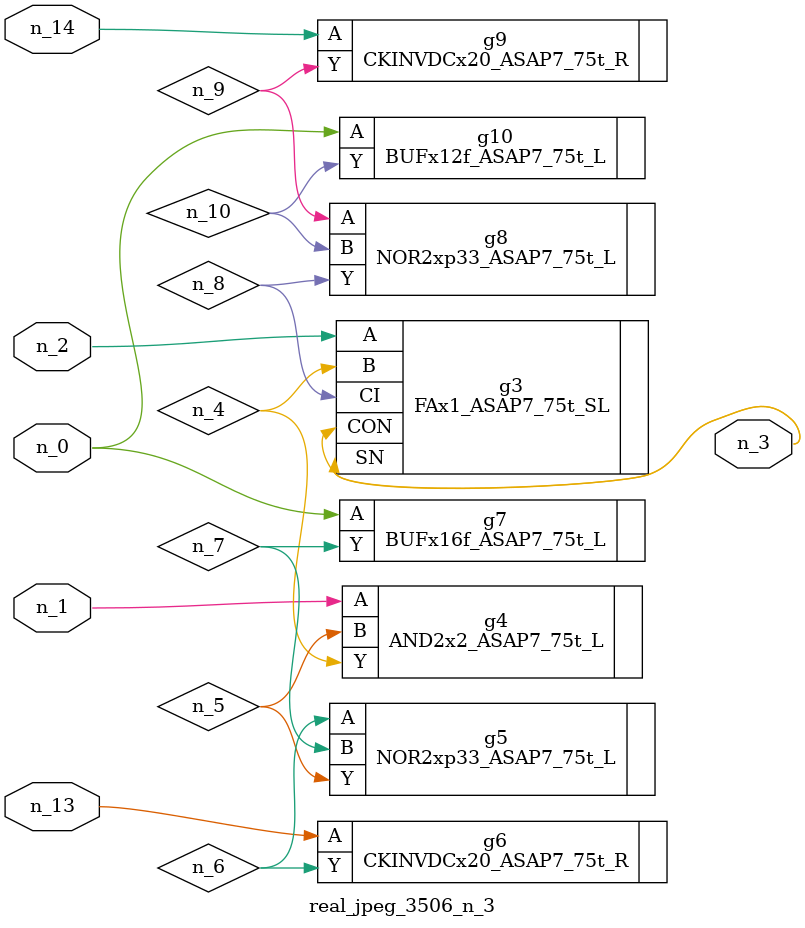
<source format=v>
module real_jpeg_3506_n_3 (n_0, n_1, n_14, n_2, n_13, n_3);

input n_0;
input n_1;
input n_14;
input n_2;
input n_13;

output n_3;

wire n_5;
wire n_4;
wire n_8;
wire n_6;
wire n_7;
wire n_10;
wire n_9;

BUFx16f_ASAP7_75t_L g7 ( 
.A(n_0),
.Y(n_7)
);

BUFx12f_ASAP7_75t_L g10 ( 
.A(n_0),
.Y(n_10)
);

AND2x2_ASAP7_75t_L g4 ( 
.A(n_1),
.B(n_5),
.Y(n_4)
);

FAx1_ASAP7_75t_SL g3 ( 
.A(n_2),
.B(n_4),
.CI(n_8),
.CON(n_3),
.SN(n_3)
);

NOR2xp33_ASAP7_75t_L g5 ( 
.A(n_6),
.B(n_7),
.Y(n_5)
);

NOR2xp33_ASAP7_75t_L g8 ( 
.A(n_9),
.B(n_10),
.Y(n_8)
);

CKINVDCx20_ASAP7_75t_R g6 ( 
.A(n_13),
.Y(n_6)
);

CKINVDCx20_ASAP7_75t_R g9 ( 
.A(n_14),
.Y(n_9)
);


endmodule
</source>
